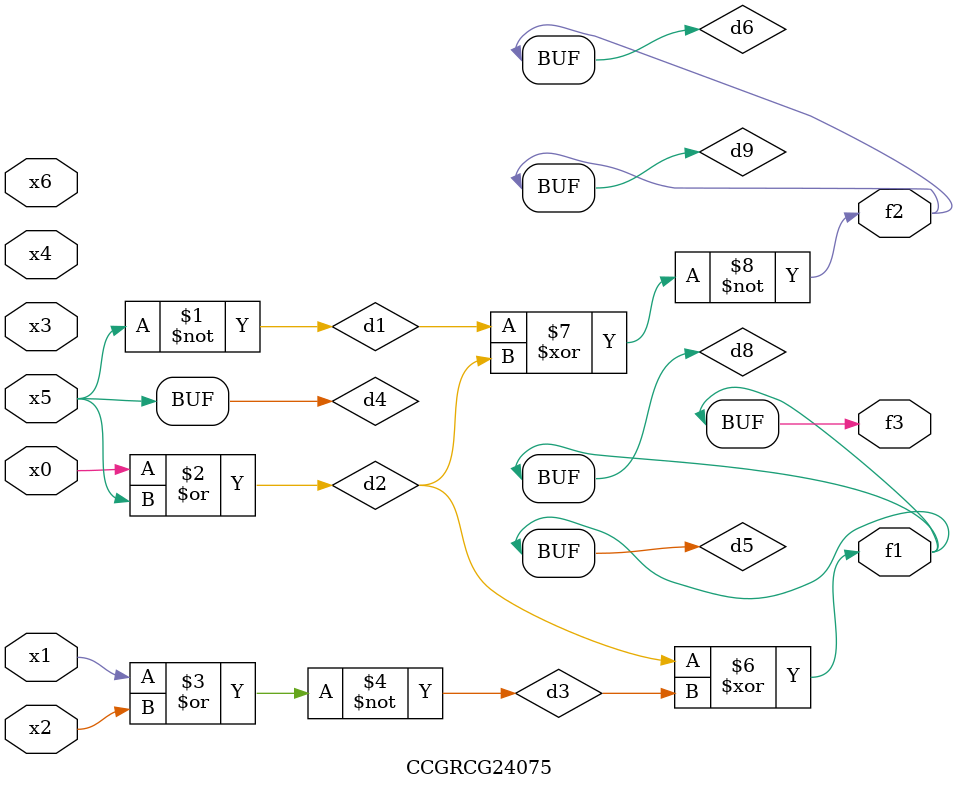
<source format=v>
module CCGRCG24075(
	input x0, x1, x2, x3, x4, x5, x6,
	output f1, f2, f3
);

	wire d1, d2, d3, d4, d5, d6, d7, d8, d9;

	nand (d1, x5);
	or (d2, x0, x5);
	nor (d3, x1, x2);
	xnor (d4, d1);
	xor (d5, d2, d3);
	xnor (d6, d1, d2);
	not (d7, x4);
	buf (d8, d5);
	xor (d9, d6);
	assign f1 = d8;
	assign f2 = d9;
	assign f3 = d8;
endmodule

</source>
